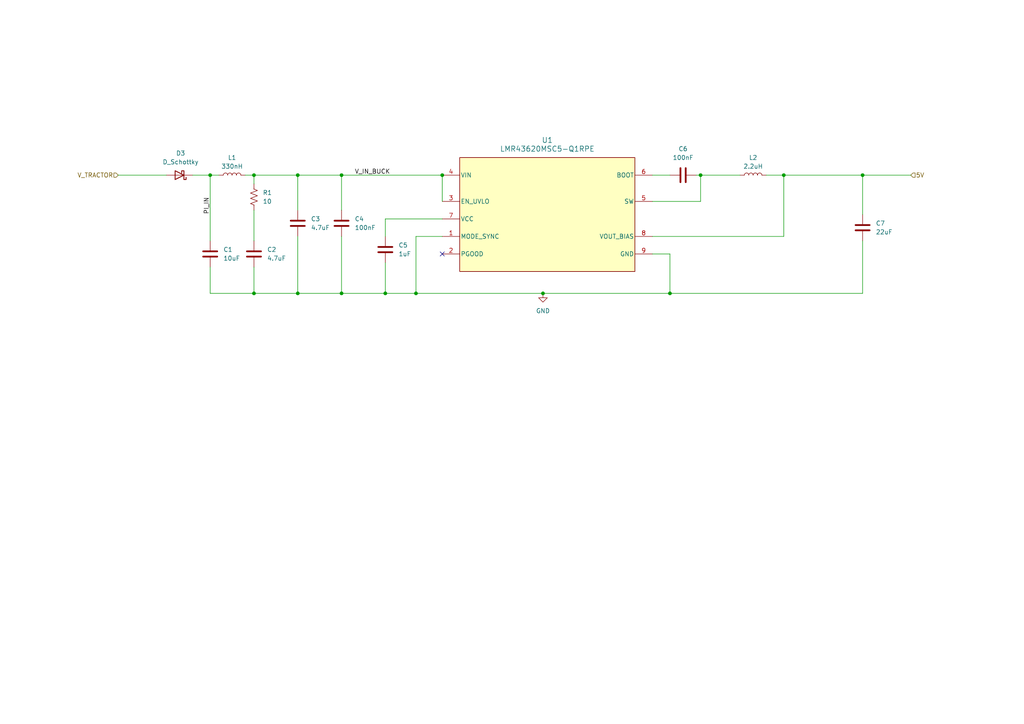
<source format=kicad_sch>
(kicad_sch (version 20250114) (generator "eeschema") (generator_version "9.0")
  (paper "A4")
  (title_block (title "12V Switching Regulator") (date "2025-07-29") (company "California Strawberry Commission"))
  (lib_symbols
    (symbol "Device:C" (pin_numbers (hide yes)) (pin_names (offset 0.254))
      (property "Reference" "C" (at 0.635 2.54 0))
      (property "Value" "C" (at 0.635 -2.54 0))
      (symbol "C_0_1"
        (polyline (pts (xy -2.032 0.762) (xy 2.032 0.762)) (stroke (width 0.508)))
        (polyline (pts (xy -2.032 -0.762) (xy 2.032 -0.762)) (stroke (width 0.508)))
      )
      (symbol "C_1_1"
        (pin passive line (at 0 3.81 270) (length 2.794) (name "~") (number "1"))
        (pin passive line (at 0 -3.81 90) (length 2.794) (name "~") (number "2"))
      )
    )
    (symbol "Device:D_Schottky" (pin_numbers (hide yes)) (pin_names (offset 1.016) (hide yes))
      (property "Reference" "D3" (at -0.3175 -6.35 0))
      (property "Value" "D_Schottky" (at -0.3175 -3.81 0))
      (symbol "D_Schottky_0_1"
        (polyline (pts (xy -1.27 1.27) (xy -1.27 -1.27) (xy 1.27 0) (xy -1.27 1.27)) (stroke (width 0.254)))
        (polyline (pts (xy 1.27 0) (xy -1.27 0)))
        (polyline (pts (xy 1.905 0.635) (xy 1.905 1.27) (xy 1.27 1.27) (xy 1.27 -1.27) (xy 0.635 -1.27) (xy 0.635 -0.635)) (stroke (width 0.254)))
      )
      (symbol "D_Schottky_1_1"
        (pin passive line (at -3.81 0 0) (length 2.54) (name "K") (number "1"))
        (pin passive line (at 3.81 0 180) (length 2.54) (name "A") (number "2"))
      )
    )
    (symbol "Device:L" (pin_numbers (hide yes)) (pin_names (offset 1.016) (hide yes))
      (property "Reference" "L" (at -1.27 0 90))
      (property "Value" "L" (at 1.905 0 90))
      (symbol "L_0_1"
        (arc (start 0 2.54) (mid 0.6323 1.905) (end 0 1.27))
        (arc (start 0 1.27) (mid 0.6323 0.635) (end 0 0))
        (arc (start 0 0) (mid 0.6323 -0.635) (end 0 -1.27))
        (arc (start 0 -1.27) (mid 0.6323 -1.905) (end 0 -2.54))
      )
      (symbol "L_1_1"
        (pin passive line (at 0 3.81 270) (length 1.27) (name "1") (number "1"))
        (pin passive line (at 0 -3.81 90) (length 1.27) (name "2") (number "2"))
      )
    )
    (symbol "Device:R_US" (pin_numbers (hide yes)) (pin_names (offset 0))
      (property "Reference" "R" (at 2.54 0 90))
      (property "Value" "R_US" (at -2.54 0 90))
      (symbol "R_US_0_1"
        (polyline (pts (xy 0 2.286) (xy 0 2.54)))
        (polyline (pts (xy 0 2.286) (xy 1.016 1.905) (xy 0 1.524) (xy -1.016 1.143) (xy 0 0.762)))
        (polyline (pts (xy 0 0.762) (xy 1.016 0.381) (xy 0 0) (xy -1.016 -0.381) (xy 0 -0.762)))
        (polyline (pts (xy 0 -0.762) (xy 1.016 -1.143) (xy 0 -1.524) (xy -1.016 -1.905) (xy 0 -2.286)))
        (polyline (pts (xy 0 -2.286) (xy 0 -2.54)))
      )
      (symbol "R_US_1_1"
        (pin passive line (at 0 3.81 270) (length 1.27) (name "~") (number "1"))
        (pin passive line (at 0 -3.81 90) (length 1.27) (name "~") (number "2"))
      )
    )
    (symbol "buck_conv:LMR43620MSC3RPERQ1" (pin_names (offset 0.254))
      (property "Reference" "U1" (at 30.48 10.16 0))
      (property "Value" "LMR43620MSC5-Q1RPE" (at 30.48 7.62 0))
      (symbol "LMR43620MSC3RPERQ1_0_1"
        (pin power_in line (at 0 0 0) (length 5.08) (name "VIN") (number "4"))
        (pin input line (at 0 -7.62 0) (length 5.08) (name "EN_UVLO") (number "3"))
        (pin unspecified line (at 0 -12.7 0) (length 5.08) (name "VCC") (number "7"))
        (pin input line (at 0 -17.78 0) (length 5.08) (name "MODE_SYNC") (number "1"))
        (pin open_collector line (at 0 -22.86 0) (length 5.08) (name "PGOOD") (number "2"))
        (pin unspecified line (at 60.96 0 180) (length 5.08) (name "BOOT") (number "6"))
        (pin unspecified line (at 60.96 -7.62 180) (length 5.08) (name "SW") (number "5"))
        (pin power_in line (at 60.96 -17.78 180) (length 5.08) (name "VOUT_BIAS") (number "8"))
        (pin power_in line (at 60.96 -22.86 180) (length 5.08) (name "GND") (number "9"))
      )
      (symbol "LMR43620MSC3RPERQ1_1_1"
        (rectangle (start 5.08 5.08) (end 55.88 -27.94) (stroke (width 0.2032)) (fill (type background)))
      )
    )
    (symbol "power:GND" (power) (pin_numbers (hide yes)) (pin_names (offset 0) (hide yes))
      (property "Value" "GND" (at 0 -3.81 0))
      (symbol "GND_0_1"
        (polyline (pts (xy 0 0) (xy 0 -1.27) (xy 1.27 -1.27) (xy 0 -2.54) (xy -1.27 -1.27) (xy 0 -1.27)))
      )
      (symbol "GND_1_1"
        (pin power_in line (at 0 0 270) (length 0) (name "~") (number "1"))
      )
    )
  )
  (junction (at 194.31 85.09))
  (junction (at 60.96 50.8))
  (junction (at 128.27 50.8))
  (junction (at 203.2 50.8))
  (junction (at 157.48 85.09))
  (junction (at 86.36 85.09))
  (junction (at 99.06 85.09))
  (junction (at 99.06 50.8))
  (junction (at 120.65 85.09))
  (junction (at 73.66 85.09))
  (junction (at 227.33 50.8))
  (junction (at 111.76 85.09))
  (junction (at 86.36 50.8))
  (junction (at 250.19 50.8))
  (junction (at 73.66 50.8))
  (no_connect (at 128.27 73.66))
  (wire (pts (xy 227.33 50.8) (xy 227.33 68.58)))
  (wire (pts (xy 194.31 85.09) (xy 250.19 85.09)))
  (wire (pts (xy 86.36 85.09) (xy 99.06 85.09)))
  (wire (pts (xy 99.06 68.58) (xy 99.06 85.09)))
  (wire (pts (xy 120.65 68.58) (xy 120.65 85.09)))
  (wire (pts (xy 128.27 68.58) (xy 120.65 68.58)))
  (wire (pts (xy 111.76 63.5) (xy 111.76 68.58)))
  (wire (pts (xy 250.19 50.8) (xy 250.19 62.23)))
  (wire (pts (xy 60.96 50.8) (xy 60.96 69.85)))
  (wire (pts (xy 111.76 76.2) (xy 111.76 85.09)))
  (wire (pts (xy 194.31 73.66) (xy 189.23 73.66)))
  (wire (pts (xy 55.88 50.8) (xy 60.96 50.8)))
  (wire (pts (xy 203.2 58.42) (xy 203.2 50.8)))
  (wire (pts (xy 73.66 50.8) (xy 86.36 50.8)))
  (wire (pts (xy 189.23 50.8) (xy 194.31 50.8)))
  (wire (pts (xy 227.33 50.8) (xy 250.19 50.8)))
  (wire (pts (xy 194.31 85.09) (xy 194.31 73.66)))
  (wire (pts (xy 203.2 50.8) (xy 214.63 50.8)))
  (wire (pts (xy 99.06 85.09) (xy 111.76 85.09)))
  (wire (pts (xy 189.23 68.58) (xy 227.33 68.58)))
  (wire (pts (xy 73.66 60.96) (xy 73.66 69.85)))
  (wire (pts (xy 60.96 85.09) (xy 73.66 85.09)))
  (wire (pts (xy 34.29 50.8) (xy 48.26 50.8)))
  (wire (pts (xy 128.27 63.5) (xy 111.76 63.5)))
  (wire (pts (xy 120.65 85.09) (xy 111.76 85.09)))
  (wire (pts (xy 128.27 50.8) (xy 128.27 58.42)))
  (wire (pts (xy 60.96 77.47) (xy 60.96 85.09)))
  (wire (pts (xy 73.66 85.09) (xy 86.36 85.09)))
  (wire (pts (xy 99.06 50.8) (xy 128.27 50.8)))
  (wire (pts (xy 73.66 50.8) (xy 73.66 53.34)))
  (wire (pts (xy 120.65 85.09) (xy 157.48 85.09)))
  (wire (pts (xy 86.36 68.58) (xy 86.36 85.09)))
  (wire (pts (xy 189.23 58.42) (xy 203.2 58.42)))
  (wire (pts (xy 250.19 69.85) (xy 250.19 85.09)))
  (wire (pts (xy 201.93 50.8) (xy 203.2 50.8)))
  (wire (pts (xy 60.96 50.8) (xy 63.5 50.8)))
  (wire (pts (xy 71.12 50.8) (xy 73.66 50.8)))
  (wire (pts (xy 250.19 50.8) (xy 264.16 50.8)))
  (wire (pts (xy 99.06 50.8) (xy 99.06 60.96)))
  (wire (pts (xy 227.33 50.8) (xy 222.25 50.8)))
  (wire (pts (xy 86.36 50.8) (xy 86.36 60.96)))
  (wire (pts (xy 86.36 50.8) (xy 99.06 50.8)))
  (wire (pts (xy 157.48 85.09) (xy 194.31 85.09)))
  (wire (pts (xy 73.66 77.47) (xy 73.66 85.09)))
  (label "V_IN_BUCK" (at 102.87 50.8 0))
  (label "PI_IN" (at 60.96 57.15 270))
  (hierarchical_label "V_TRACTOR" (shape input) (at 34.29 50.8 180))
  (hierarchical_label "5V" (shape input) (at 264.16 50.8 0))
  (symbol (lib_id "Device:C") (at 73.66 73.66 0) (unit 1)
    (property "Reference" "C2" (at 77.47 72.3899 0) (effects (justify left)))
    (property "Value" "4.7uF" (at 77.47 74.9299 0) (effects (justify left)))
    (property "Footprint" "footprints:CAPC2012X150N" (effects (hide yes)))
    (property "Datasheet" "https://www.digikey.com/en/products/detail/tdk-corporation/CGA4J1X7R1H475K125AC/9742505" (effects (hide yes)))
    (property "Description" "Unpolarized capacitor" (effects (hide yes)))
    (property "Part #" "CGA4J1X7R1H475K125AC" (effects (hide yes)))
  )
  (symbol (lib_id "power:GND") (at 157.48 85.09 0) (unit 1)
    (property "Reference" "#PWR07" (effects (hide yes)))
    (property "Value" "GND" (at 157.48 90.17 0))
    (property "Description" "Power symbol creates a global label with name \"GND\" , ground" (effects (hide yes)))
  )
  (symbol (lib_id "Device:C") (at 86.36 64.77 0) (unit 1)
    (property "Reference" "C3" (at 90.17 63.4999 0) (effects (justify left)))
    (property "Value" "4.7uF" (at 90.17 66.0399 0) (effects (justify left)))
    (property "Footprint" "footprints:CAPC2012X150N" (effects (hide yes)))
    (property "Description" "Unpolarized capacitor" (effects (hide yes)))
    (property "Part #" "CGA4J1X7R1H475K125AC" (effects (hide yes)))
  )
  (symbol (lib_id "Device:C") (at 99.06 64.77 0) (unit 1)
    (property "Reference" "C4" (at 102.87 63.4999 0) (effects (justify left)))
    (property "Value" "100nF" (at 102.87 66.0399 0) (effects (justify left)))
    (property "Footprint" "footprints:CAPC2012X94N" (effects (hide yes)))
    (property "Datasheet" "https://www.digikey.com/en/products/detail/kyocera-avx/08055C104K4Z2A/1545084" (effects (hide yes)))
    (property "Description" "Unpolarized capacitor" (effects (hide yes)))
    (property "Part #" "08055C104K4Z2A" (effects (hide yes)))
  )
  (symbol (lib_id "Device:C") (at 250.19 66.04 0) (unit 1)
    (property "Reference" "C7" (at 254 64.7699 0) (effects (justify left)))
    (property "Value" "22uF" (at 254 67.3099 0) (effects (justify left)))
    (property "Footprint" "footprints:CAPC3216X190N" (effects (hide yes)))
    (property "Datasheet" "https://www.digikey.com/en/products/detail/taiyo-yuden/LMJ316BB7226KLHT/5214839" (effects (hide yes)))
    (property "Description" "Unpolarized capacitor" (effects (hide yes)))
    (property "Part #" "LMJ316BB7226KLHT" (effects (hide yes)))
  )
  (symbol (lib_id "Device:C") (at 60.96 73.66 0) (unit 1)
    (property "Reference" "C1" (at 64.77 72.3899 0) (effects (justify left)))
    (property "Value" "10uF" (at 64.77 74.9299 0) (effects (justify left)))
    (property "Footprint" "footprints:CAPC3216X190N" (effects (hide yes)))
    (property "Datasheet" "https://www.digikey.com/en/products/detail/tdk-corporation/CGA5L1X7R1H106K160AE/9744778" (effects (hide yes)))
    (property "Description" "Unpolarized capacitor" (effects (hide yes)))
    (property "Part #" "CGA5L1X7R1H106K160AE" (effects (hide yes)))
  )
  (symbol (lib_id "Device:C") (at 198.12 50.8 90) (unit 1)
    (property "Reference" "C6" (at 198.12 43.18 90))
    (property "Value" "100nF" (at 198.12 45.72 90))
    (property "Footprint" "footprints:CAPC1005X55N" (effects (hide yes)))
    (property "Datasheet" "https://www.digikey.com/en/products/detail/taiyo-yuden/LMK105B7104KVHF/4811135" (effects (hide yes)))
    (property "Description" "Unpolarized capacitor" (effects (hide yes)))
    (property "Part #" "LMK105B7104KVHF" (effects (hide yes)))
  )
  (symbol (lib_id "buck_conv:LMR43620MSC3RPERQ1") (at 128.27 50.8 0) (unit 1)
    (property "Reference" "U1" (at 158.75 40.64 0) (effects (font (size 1.524 1.524))))
    (property "Value" "LMR43620MSC5-Q1RPE" (at 158.75 43.18 0) (effects (font (size 1.524 1.524))))
    (property "Footprint" "footprints:RPE0009A-MFG" (effects (hide yes)))
    (property "Datasheet" "LMR43620MSC3RPERQ1" (effects (hide yes)))
    (property "Part #" "LMR43620MSC5-Q1RPE" (effects (hide yes)))
  )
  (symbol (lib_id "Device:L") (at 67.31 50.8 90) (unit 1)
    (property "Reference" "L1" (at 67.31 45.72 90))
    (property "Value" "330nH" (at 67.31 48.26 90))
    (property "Footprint" "footprints:WE-MAPI_2510" (effects (hide yes)))
    (property "Datasheet" "https://www.digikey.com/en/products/detail/w%C3%BCrth-elektronik/744383230033/4386863" (effects (hide yes)))
    (property "Description" "Inductor" (effects (hide yes)))
    (property "Part #" "744383230033" (effects (hide yes)))
  )
  (symbol (lib_id "Device:L") (at 218.44 50.8 90) (unit 1)
    (property "Reference" "L2" (at 218.44 45.72 90))
    (property "Value" "2.2uH" (at 218.44 48.26 90))
    (property "Footprint" "Inductor_SMD:L_TDK_VLS6045EX_VLS6045AF" (effects (hide yes)))
    (property "Datasheet" "https://www.digikey.com/en/products/detail/tdk-corporation/VLS6045EX-2R2N/5287391" (effects (hide yes)))
    (property "Description" "Inductor" (effects (hide yes)))
    (property "Part #" "VLS6045EX-2R2N" (effects (hide yes)))
  )
  (symbol (lib_id "Device:R_US") (at 73.66 57.15 0) (unit 1)
    (property "Reference" "R1" (at 76.2 55.8799 0) (effects (justify left)))
    (property "Value" "10" (at 76.2 58.4199 0) (effects (justify left)))
    (property "Footprint" "footprints:RES_ERJ3EKF10R0V" (effects (hide yes)))
    (property "Datasheet" "https://www.digikey.com/en/products/detail/panasonic-electronic-components/ERJ-3EKF10R0V/196065" (effects (hide yes)))
    (property "Description" "Resistor, US symbol" (effects (hide yes)))
    (property "Part #" "ERJ-3EKF10R0V" (effects (hide yes)))
  )
  (symbol (lib_id "Device:D_Schottky") (at 52.07 50.8 0) (mirror x) (unit 1)
    (property "Reference" "D3" (at 52.3875 44.45 0))
    (property "Value" "D_Schottky" (at 52.3875 46.99 0))
    (property "Footprint" "footprints:CR_SMP_DO-220AA_VIS" (effects (hide yes)))
    (property "Datasheet" "https://www.digikey.com/en/products/detail/vishay-general-semiconductor-diodes-division/SS2PH5HM3-84A/5427035" (effects (hide yes)))
    (property "Description" "Schottky diode" (effects (hide yes)))
    (property "Part #" "SS2PH5HM3-84A" (effects (hide yes)))
  )
  (symbol (lib_id "Device:C") (at 111.76 72.39 0) (unit 1)
    (property "Reference" "C5" (at 115.57 71.1199 0) (effects (justify left)))
    (property "Value" "1uF" (at 115.57 73.6599 0) (effects (justify left)))
    (property "Footprint" "Capacitor_SMD:C_0805_2012Metric" (effects (hide yes)))
    (property "Datasheet" "https://www.digikey.com/en/products/detail/taiyo-yuden/UMK212B7105KGHT/4811080" (effects (hide yes)))
    (property "Description" "Unpolarized capacitor" (effects (hide yes)))
    (property "Part #" "UMK212B7105KGHT" (effects (hide yes)))
  )
)
</source>
